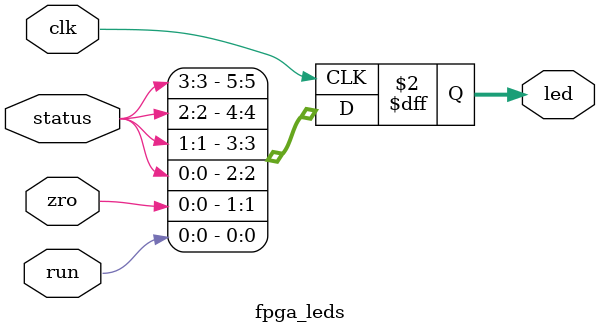
<source format=v>

module fpga_leds (
    input clk,
    input zro,
    input run,
    input [0:7] status,
    output reg [5:0] led
);

always @(posedge clk) begin
    led[0] = run;
    led[1] = zro;
    led[2] = status[0];
    led[3] = status[1];
    led[4] = status[2];
    led[5] = status[3];
end

endmodule
</source>
